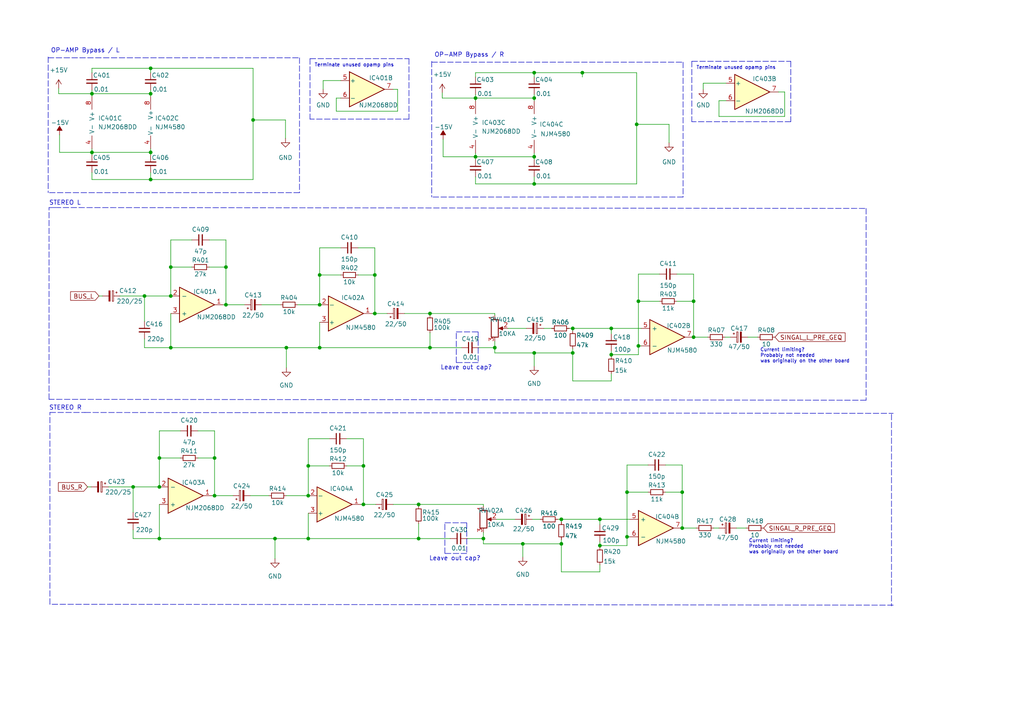
<source format=kicad_sch>
(kicad_sch (version 20211123) (generator eeschema)
  (paper "A4")
  (lib_symbols
    (symbol "Amplifier_Operational:NJM4580" (pin_names (offset 0.127))
      (property "Reference" "U" (at 0 5.08 0))
      (property "Value" "NJM4580" (at 0 -5.08 0))
      (symbol "NJM4580_1_1"
        (polyline (pts (xy -5.08 5.08) (xy 5.08 0) (xy -5.08 -5.08) (xy -5.08 5.08)) (stroke (width 0.254)) (fill (type background)))
        (pin output line (at 7.62 0 180) (length 2.54) (name "~") (number "1"))
        (pin input line (at -7.62 -2.54 0) (length 2.54) (name "-") (number "2"))
        (pin input line (at -7.62 2.54 0) (length 2.54) (name "+") (number "3"))
      )
      (symbol "NJM4580_2_1"
        (polyline (pts (xy -5.08 5.08) (xy 5.08 0) (xy -5.08 -5.08) (xy -5.08 5.08)) (stroke (width 0.254)) (fill (type background)))
        (pin input line (at -7.62 2.54 0) (length 2.54) (name "+") (number "5"))
        (pin input line (at -7.62 -2.54 0) (length 2.54) (name "-") (number "6"))
        (pin output line (at 7.62 0 180) (length 2.54) (name "~") (number "7"))
      )
      (symbol "NJM4580_3_1"
        (pin power_in line (at -2.54 -7.62 90) (length 3.81) (name "V-") (number "4"))
        (pin power_in line (at -2.54 7.62 270) (length 3.81) (name "V+") (number "8"))
      )
    )
    (symbol "Device:C_Polarized_Small" (pin_numbers hide) (pin_names (offset 0.254) hide)
      (property "Reference" "C" (at 0.254 1.778 0))
      (property "Value" "C_Polarized_Small" (at 0.254 -2.032 0))
      (symbol "C_Polarized_Small_0_1"
        (rectangle (start -1.524 -0.3048) (end 1.524 -0.6858) (fill (type outline)))
        (rectangle (start -1.524 0.6858) (end 1.524 0.3048))
        (polyline (pts (xy -1.27 1.524) (xy -0.762 1.524)))
        (polyline (pts (xy -1.016 1.27) (xy -1.016 1.778)))
      )
      (symbol "C_Polarized_Small_1_1"
        (pin passive line (at 0 2.54 270) (length 1.8542) (name "~") (number "1"))
        (pin passive line (at 0 -2.54 90) (length 1.8542) (name "~") (number "2"))
      )
    )
    (symbol "Device:C_Small" (pin_numbers hide) (pin_names (offset 0.254) hide)
      (property "Reference" "C" (at 0.254 1.778 0))
      (property "Value" "C_Small" (at 0.254 -2.032 0))
      (symbol "C_Small_0_1"
        (polyline (pts (xy -1.524 -0.508) (xy 1.524 -0.508)) (stroke (width 0.3302)))
        (polyline (pts (xy -1.524 0.508) (xy 1.524 0.508)) (stroke (width 0.3048)))
      )
      (symbol "C_Small_1_1"
        (pin passive line (at 0 2.54 270) (length 2.032) (name "~") (number "1"))
        (pin passive line (at 0 -2.54 90) (length 2.032) (name "~") (number "2"))
      )
    )
    (symbol "Device:Opamp_Dual"
      (property "Reference" "U" (at 0 5.08 0))
      (property "Value" "Opamp_Dual" (at 0 -5.08 0))
      (symbol "Opamp_Dual_1_1"
        (polyline (pts (xy -5.08 5.08) (xy 5.08 0) (xy -5.08 -5.08) (xy -5.08 5.08)) (stroke (width 0.254)) (fill (type background)))
        (pin output line (at 7.62 0 180) (length 2.54) (name "~") (number "1"))
        (pin input line (at -7.62 -2.54 0) (length 2.54) (name "-") (number "2"))
        (pin input line (at -7.62 2.54 0) (length 2.54) (name "+") (number "3"))
      )
      (symbol "Opamp_Dual_2_1"
        (polyline (pts (xy -5.08 5.08) (xy 5.08 0) (xy -5.08 -5.08) (xy -5.08 5.08)) (stroke (width 0.254)) (fill (type background)))
        (pin input line (at -7.62 2.54 0) (length 2.54) (name "+") (number "5"))
        (pin input line (at -7.62 -2.54 0) (length 2.54) (name "-") (number "6"))
        (pin output line (at 7.62 0 180) (length 2.54) (name "~") (number "7"))
      )
      (symbol "Opamp_Dual_3_1"
        (pin power_in line (at -2.54 -7.62 90) (length 3.81) (name "V-") (number "4"))
        (pin power_in line (at -2.54 7.62 270) (length 3.81) (name "V+") (number "8"))
      )
    )
    (symbol "Device:R_Potentiometer_Dual_Separate" (pin_names (offset 1.016) hide)
      (property "Reference" "RV" (at -4.445 0 90))
      (property "Value" "R_Potentiometer_Dual_Separate" (at -2.54 0 90))
      (symbol "R_Potentiometer_Dual_Separate_0_1"
        (polyline (pts (xy 2.54 0) (xy 1.524 0)))
        (polyline (pts (xy 1.143 0) (xy 2.286 0.508) (xy 2.286 -0.508) (xy 1.143 0)) (fill (type outline)))
        (rectangle (start 1.016 2.54) (end -1.016 -2.54) (stroke (width 0.254)))
      )
      (symbol "R_Potentiometer_Dual_Separate_1_1"
        (pin passive line (at 0 3.81 270) (length 1.27) (name "1") (number "1"))
        (pin passive line (at 3.81 0 180) (length 1.27) (name "2") (number "2"))
        (pin passive line (at 0 -3.81 90) (length 1.27) (name "3") (number "3"))
      )
      (symbol "R_Potentiometer_Dual_Separate_2_1"
        (pin passive line (at 0 3.81 270) (length 1.27) (name "4") (number "4"))
        (pin passive line (at 3.81 0 180) (length 1.27) (name "5") (number "5"))
        (pin passive line (at 0 -3.81 90) (length 1.27) (name "6") (number "6"))
      )
    )
    (symbol "Device:R_Small" (pin_numbers hide) (pin_names (offset 0.254) hide)
      (property "Reference" "R" (at 0.762 0.508 0))
      (property "Value" "R_Small" (at 0.762 -1.016 0))
      (symbol "R_Small_0_1"
        (rectangle (start -0.762 1.778) (end 0.762 -1.778) (stroke (width 0.2032)))
      )
      (symbol "R_Small_1_1"
        (pin passive line (at 0 2.54 270) (length 0.762) (name "~") (number "1"))
        (pin passive line (at 0 -2.54 90) (length 0.762) (name "~") (number "2"))
      )
    )
    (symbol "power:+15V" (power) (pin_names (offset 0))
      (property "Value" "+15V" (at 0 3.556 0))
      (symbol "+15V_0_1"
        (polyline (pts (xy -0.762 1.27) (xy 0 2.54)))
        (polyline (pts (xy 0 0) (xy 0 2.54)))
        (polyline (pts (xy 0 2.54) (xy 0.762 1.27)))
      )
      (symbol "+15V_1_1"
        (pin power_in line (at 0 0 90) (length 0) hide (name "+15V") (number "1"))
      )
    )
    (symbol "power:-15V" (power) (pin_names (offset 0))
      (property "Value" "-15V" (at 0 3.81 0))
      (symbol "-15V_0_0"
        (pin power_in line (at 0 0 90) (length 0) hide (name "-15V") (number "1"))
      )
      (symbol "-15V_0_1"
        (polyline (pts (xy 0 0) (xy 0 1.27) (xy 0.762 1.27) (xy 0 2.54) (xy -0.762 1.27) (xy 0 1.27)) (fill (type outline)))
      )
    )
    (symbol "power:GND" (power) (pin_names (offset 0))
      (property "Value" "GND" (at 0 -3.81 0))
      (symbol "GND_0_1"
        (polyline (pts (xy 0 0) (xy 0 -1.27) (xy 1.27 -1.27) (xy 0 -2.54) (xy -1.27 -1.27) (xy 0 -1.27)))
      )
      (symbol "GND_1_1"
        (pin power_in line (at 0 0 270) (length 0) hide (name "GND") (number "1"))
      )
    )
  )
  (junction (at 46.228 156.21))
  (junction (at 79.756 156.21))
  (junction (at 108.712 90.932))
  (junction (at 177.292 95.25))
  (junction (at 41.91 85.852))
  (junction (at 46.228 141.224))
  (junction (at 26.67 27.178))
  (junction (at 121.412 156.21))
  (junction (at 154.94 102.362))
  (junction (at 185.166 87.376))
  (junction (at 49.53 77.47))
  (junction (at 26.67 44.196))
  (junction (at 137.922 45.466))
  (junction (at 154.94 53.34))
  (junction (at 197.866 153.162))
  (junction (at 105.41 146.304))
  (junction (at 62.23 143.764))
  (junction (at 73.406 34.798))
  (junction (at 43.688 44.196))
  (junction (at 154.94 45.466))
  (junction (at 181.864 155.702))
  (junction (at 166.116 95.25))
  (junction (at 143.51 100.838))
  (junction (at 121.412 146.304))
  (junction (at 46.228 132.842))
  (junction (at 62.23 132.842))
  (junction (at 166.116 102.362))
  (junction (at 168.91 21.082))
  (junction (at 162.814 157.734))
  (junction (at 108.712 79.756))
  (junction (at 197.866 142.748))
  (junction (at 140.208 156.21))
  (junction (at 49.53 100.838))
  (junction (at 89.408 135.128))
  (junction (at 137.922 28.448))
  (junction (at 65.532 77.47))
  (junction (at 49.53 85.852))
  (junction (at 43.688 19.812))
  (junction (at 89.408 156.21))
  (junction (at 201.168 87.376))
  (junction (at 151.638 157.734))
  (junction (at 92.71 100.838))
  (junction (at 124.714 90.932))
  (junction (at 154.94 21.082))
  (junction (at 173.99 150.622))
  (junction (at 92.71 79.756))
  (junction (at 184.658 36.068))
  (junction (at 181.864 142.748))
  (junction (at 124.714 100.838))
  (junction (at 89.408 143.764))
  (junction (at 177.292 102.87))
  (junction (at 162.814 150.622))
  (junction (at 43.688 27.178))
  (junction (at 173.99 158.242))
  (junction (at 83.058 100.838))
  (junction (at 201.168 97.79))
  (junction (at 43.688 52.07))
  (junction (at 105.41 135.128))
  (junction (at 92.71 88.392))
  (junction (at 65.532 88.392))
  (junction (at 185.166 100.33))
  (junction (at 38.608 141.224))
  (junction (at 154.94 28.448))
  (wire (pts (xy 17.272 44.196) (xy 17.272 39.116)))
  (wire (pts (xy 157.734 95.25) (xy 160.02 95.25)))
  (wire (pts (xy 137.922 28.448) (xy 128.27 28.448)))
  (polyline (pts (xy 14.224 115.824) (xy 14.224 60.198)))
  (polyline (pts (xy 251.206 60.452) (xy 251.206 116.078)))
  (wire (pts (xy 95.504 135.128) (xy 89.408 135.128)))
  (wire (pts (xy 185.166 79.502) (xy 185.166 87.376)))
  (wire (pts (xy 26.67 44.196) (xy 26.67 44.958)))
  (polyline (pts (xy 14.478 119.634) (xy 24.638 119.634)))
  (wire (pts (xy 184.658 36.068) (xy 184.658 53.34)))
  (wire (pts (xy 65.532 77.47) (xy 65.532 88.392)))
  (wire (pts (xy 43.688 52.07) (xy 73.406 52.07)))
  (wire (pts (xy 65.532 69.596) (xy 65.532 77.47)))
  (wire (pts (xy 124.714 90.932) (xy 143.51 90.932)))
  (wire (pts (xy 185.166 100.33) (xy 185.166 102.87)))
  (polyline (pts (xy 229.362 35.306) (xy 200.66 35.306)))
  (wire (pts (xy 43.688 43.18) (xy 43.688 44.196)))
  (wire (pts (xy 100.584 127.254) (xy 105.41 127.254)))
  (wire (pts (xy 191.262 87.376) (xy 185.166 87.376)))
  (wire (pts (xy 108.712 90.932) (xy 108.712 79.756)))
  (wire (pts (xy 89.408 156.21) (xy 79.756 156.21)))
  (polyline (pts (xy 198.12 18.034) (xy 198.12 57.15)))
  (polyline (pts (xy 129.032 160.528) (xy 129.032 151.638)))
  (wire (pts (xy 26.67 27.178) (xy 26.67 27.94)))
  (polyline (pts (xy 118.618 34.544) (xy 89.916 34.544)))
  (polyline (pts (xy 229.362 17.78) (xy 229.362 35.306)))
  (wire (pts (xy 26.67 52.07) (xy 43.688 52.07)))
  (wire (pts (xy 73.406 19.812) (xy 73.406 34.798)))
  (wire (pts (xy 203.962 24.13) (xy 210.566 24.13)))
  (wire (pts (xy 173.99 165.862) (xy 173.99 163.83)))
  (wire (pts (xy 173.99 150.622) (xy 173.99 152.146)))
  (wire (pts (xy 121.412 146.304) (xy 140.208 146.304)))
  (wire (pts (xy 43.688 50.038) (xy 43.688 52.07)))
  (wire (pts (xy 98.806 28.448) (xy 97.536 28.448)))
  (wire (pts (xy 92.71 100.838) (xy 124.714 100.838)))
  (wire (pts (xy 151.638 157.734) (xy 151.638 161.544)))
  (wire (pts (xy 41.91 100.838) (xy 49.53 100.838)))
  (wire (pts (xy 103.886 79.756) (xy 108.712 79.756)))
  (wire (pts (xy 140.208 156.21) (xy 140.208 157.734)))
  (wire (pts (xy 92.71 79.756) (xy 92.71 88.392)))
  (polyline (pts (xy 138.684 96.266) (xy 138.684 105.156)))
  (wire (pts (xy 89.408 148.844) (xy 89.408 156.21)))
  (wire (pts (xy 166.116 95.25) (xy 166.116 96.012)))
  (wire (pts (xy 154.94 102.362) (xy 154.94 106.172)))
  (wire (pts (xy 194.056 36.068) (xy 194.056 41.402)))
  (wire (pts (xy 137.922 53.34) (xy 154.94 53.34)))
  (wire (pts (xy 210.566 29.21) (xy 208.534 29.21)))
  (wire (pts (xy 140.208 156.21) (xy 140.208 154.432)))
  (wire (pts (xy 177.292 102.87) (xy 185.166 102.87)))
  (wire (pts (xy 154.94 45.466) (xy 137.922 45.466)))
  (wire (pts (xy 124.714 96.52) (xy 124.714 100.838)))
  (wire (pts (xy 41.91 85.852) (xy 49.53 85.852)))
  (wire (pts (xy 154.94 53.34) (xy 184.658 53.34)))
  (polyline (pts (xy 258.572 120.142) (xy 258.572 175.768)))
  (wire (pts (xy 161.798 150.622) (xy 162.814 150.622)))
  (wire (pts (xy 173.99 158.242) (xy 181.864 158.242)))
  (wire (pts (xy 62.23 132.842) (xy 62.23 143.764)))
  (wire (pts (xy 26.67 27.178) (xy 43.688 27.178)))
  (wire (pts (xy 137.922 28.448) (xy 154.94 28.448)))
  (wire (pts (xy 185.166 100.33) (xy 185.928 100.33)))
  (wire (pts (xy 197.866 153.162) (xy 201.93 153.162)))
  (wire (pts (xy 43.688 19.812) (xy 73.406 19.812)))
  (wire (pts (xy 100.584 135.128) (xy 105.41 135.128)))
  (wire (pts (xy 154.94 45.466) (xy 154.94 46.228)))
  (wire (pts (xy 46.228 146.304) (xy 46.228 156.21)))
  (wire (pts (xy 193.04 142.748) (xy 197.866 142.748)))
  (wire (pts (xy 208.534 29.21) (xy 208.534 33.782)))
  (wire (pts (xy 103.886 71.882) (xy 108.712 71.882)))
  (wire (pts (xy 49.53 77.47) (xy 49.53 85.852)))
  (wire (pts (xy 162.814 150.622) (xy 162.814 151.384)))
  (polyline (pts (xy 16.002 60.198) (xy 251.206 60.452)))
  (polyline (pts (xy 259.08 175.514) (xy 14.478 175.26)))
  (wire (pts (xy 213.614 153.162) (xy 216.408 153.162)))
  (wire (pts (xy 154.94 102.362) (xy 166.116 102.362)))
  (polyline (pts (xy 89.916 17.018) (xy 118.618 17.018)))
  (wire (pts (xy 227.584 26.67) (xy 227.584 33.782)))
  (wire (pts (xy 49.53 90.932) (xy 49.53 100.838)))
  (wire (pts (xy 166.116 101.092) (xy 166.116 102.362)))
  (wire (pts (xy 197.866 142.748) (xy 197.866 134.874)))
  (wire (pts (xy 154.94 28.448) (xy 154.94 29.21)))
  (wire (pts (xy 52.324 132.842) (xy 46.228 132.842)))
  (wire (pts (xy 49.53 69.596) (xy 49.53 77.47)))
  (wire (pts (xy 89.408 156.21) (xy 121.412 156.21)))
  (wire (pts (xy 173.99 150.622) (xy 182.626 150.622)))
  (wire (pts (xy 82.804 34.798) (xy 82.804 40.132)))
  (wire (pts (xy 105.41 146.304) (xy 108.966 146.304)))
  (wire (pts (xy 162.814 165.862) (xy 173.99 165.862)))
  (wire (pts (xy 79.756 156.21) (xy 46.228 156.21)))
  (wire (pts (xy 154.94 27.432) (xy 154.94 28.448)))
  (wire (pts (xy 197.866 142.748) (xy 197.866 153.162)))
  (polyline (pts (xy 251.206 116.078) (xy 14.224 115.824)))
  (polyline (pts (xy 135.382 151.638) (xy 135.382 160.528)))
  (wire (pts (xy 93.726 23.368) (xy 98.806 23.368)))
  (wire (pts (xy 143.51 90.932) (xy 143.51 91.44)))
  (wire (pts (xy 185.166 79.502) (xy 191.262 79.502)))
  (polyline (pts (xy 14.224 60.198) (xy 16.002 60.198)))
  (wire (pts (xy 177.292 101.854) (xy 177.292 102.87)))
  (wire (pts (xy 108.712 79.756) (xy 108.712 71.882)))
  (wire (pts (xy 184.658 21.082) (xy 184.658 36.068)))
  (wire (pts (xy 138.938 100.838) (xy 143.51 100.838)))
  (wire (pts (xy 57.404 124.968) (xy 62.23 124.968)))
  (wire (pts (xy 173.99 157.226) (xy 173.99 158.242)))
  (wire (pts (xy 121.412 156.21) (xy 130.556 156.21)))
  (wire (pts (xy 115.316 25.908) (xy 114.046 25.908)))
  (wire (pts (xy 79.756 156.21) (xy 79.756 162.052)))
  (wire (pts (xy 65.532 88.392) (xy 70.866 88.392)))
  (polyline (pts (xy 200.66 17.78) (xy 229.362 17.78)))
  (wire (pts (xy 207.01 153.162) (xy 208.534 153.162)))
  (wire (pts (xy 177.292 95.25) (xy 185.928 95.25)))
  (wire (pts (xy 154.94 51.308) (xy 154.94 53.34)))
  (polyline (pts (xy 129.032 151.638) (xy 135.382 151.638)))
  (polyline (pts (xy 89.916 17.018) (xy 89.916 34.544)))
  (wire (pts (xy 64.77 88.392) (xy 65.532 88.392)))
  (polyline (pts (xy 14.478 175.26) (xy 14.478 119.634)))
  (wire (pts (xy 143.51 102.362) (xy 154.94 102.362)))
  (wire (pts (xy 154.432 150.622) (xy 156.718 150.622)))
  (polyline (pts (xy 135.382 160.528) (xy 129.032 160.528)))
  (wire (pts (xy 46.228 124.968) (xy 46.228 132.842)))
  (wire (pts (xy 137.922 21.082) (xy 154.94 21.082)))
  (wire (pts (xy 177.292 110.49) (xy 177.292 108.458)))
  (wire (pts (xy 162.814 156.464) (xy 162.814 157.734)))
  (wire (pts (xy 166.116 95.25) (xy 177.292 95.25)))
  (wire (pts (xy 62.23 143.764) (xy 67.564 143.764)))
  (wire (pts (xy 208.534 33.782) (xy 227.584 33.782)))
  (wire (pts (xy 92.71 71.882) (xy 98.806 71.882)))
  (wire (pts (xy 203.962 25.908) (xy 203.962 24.13)))
  (polyline (pts (xy 24.638 119.634) (xy 259.08 119.888)))
  (wire (pts (xy 185.166 87.376) (xy 185.166 100.33)))
  (wire (pts (xy 143.51 100.838) (xy 143.51 102.362)))
  (wire (pts (xy 43.688 26.162) (xy 43.688 27.178)))
  (wire (pts (xy 49.53 69.596) (xy 55.626 69.596)))
  (wire (pts (xy 26.67 21.082) (xy 26.67 19.812)))
  (wire (pts (xy 151.638 157.734) (xy 162.814 157.734)))
  (wire (pts (xy 26.67 26.162) (xy 26.67 27.178)))
  (wire (pts (xy 43.688 27.178) (xy 43.688 27.94)))
  (wire (pts (xy 38.608 141.224) (xy 46.228 141.224)))
  (polyline (pts (xy 132.334 96.266) (xy 138.684 96.266)))
  (wire (pts (xy 181.864 155.702) (xy 182.626 155.702)))
  (wire (pts (xy 26.67 19.812) (xy 43.688 19.812)))
  (wire (pts (xy 137.922 45.466) (xy 137.922 46.228)))
  (wire (pts (xy 196.342 87.376) (xy 201.168 87.376)))
  (wire (pts (xy 89.408 135.128) (xy 89.408 143.764)))
  (wire (pts (xy 89.408 127.254) (xy 89.408 135.128)))
  (wire (pts (xy 62.23 124.968) (xy 62.23 132.842)))
  (wire (pts (xy 105.41 135.128) (xy 105.41 127.254)))
  (wire (pts (xy 104.648 146.304) (xy 105.41 146.304)))
  (wire (pts (xy 154.94 44.45) (xy 154.94 45.466)))
  (wire (pts (xy 137.922 45.466) (xy 128.524 45.466)))
  (wire (pts (xy 97.536 28.448) (xy 97.536 32.258)))
  (wire (pts (xy 227.584 26.67) (xy 225.806 26.67)))
  (wire (pts (xy 147.32 95.25) (xy 152.654 95.25)))
  (wire (pts (xy 181.864 134.874) (xy 187.96 134.874)))
  (polyline (pts (xy 13.97 16.764) (xy 86.868 16.764)))
  (wire (pts (xy 177.292 95.25) (xy 177.292 96.774)))
  (wire (pts (xy 43.688 44.196) (xy 26.67 44.196)))
  (wire (pts (xy 201.168 97.79) (xy 205.232 97.79)))
  (wire (pts (xy 98.806 79.756) (xy 92.71 79.756)))
  (wire (pts (xy 108.712 90.932) (xy 112.268 90.932)))
  (wire (pts (xy 92.71 93.472) (xy 92.71 100.838)))
  (wire (pts (xy 41.91 100.838) (xy 41.91 98.298)))
  (polyline (pts (xy 138.684 105.156) (xy 132.334 105.156)))
  (wire (pts (xy 107.95 90.932) (xy 108.712 90.932)))
  (wire (pts (xy 173.99 158.242) (xy 173.99 158.75)))
  (wire (pts (xy 105.41 146.304) (xy 105.41 135.128)))
  (wire (pts (xy 140.208 146.304) (xy 140.208 146.812)))
  (wire (pts (xy 43.688 44.196) (xy 43.688 44.958)))
  (wire (pts (xy 193.04 134.874) (xy 197.866 134.874)))
  (wire (pts (xy 144.018 150.622) (xy 149.352 150.622)))
  (wire (pts (xy 97.536 32.258) (xy 115.316 32.258)))
  (polyline (pts (xy 125.222 17.78) (xy 125.222 57.15)))
  (wire (pts (xy 60.706 77.47) (xy 65.532 77.47)))
  (wire (pts (xy 121.412 151.892) (xy 121.412 156.21)))
  (wire (pts (xy 28.702 85.852) (xy 29.718 85.852)))
  (wire (pts (xy 83.058 100.838) (xy 49.53 100.838)))
  (wire (pts (xy 55.626 77.47) (xy 49.53 77.47)))
  (wire (pts (xy 43.688 19.812) (xy 43.688 21.082)))
  (wire (pts (xy 181.864 142.748) (xy 181.864 155.702)))
  (polyline (pts (xy 198.12 57.15) (xy 125.222 57.15)))
  (wire (pts (xy 73.406 34.798) (xy 82.804 34.798)))
  (wire (pts (xy 181.864 155.702) (xy 181.864 158.242)))
  (polyline (pts (xy 13.97 16.51) (xy 13.97 55.88)))
  (wire (pts (xy 168.91 21.082) (xy 168.91 22.352)))
  (wire (pts (xy 184.658 36.068) (xy 194.056 36.068)))
  (wire (pts (xy 92.71 100.838) (xy 83.058 100.838)))
  (wire (pts (xy 181.864 134.874) (xy 181.864 142.748)))
  (polyline (pts (xy 125.222 18.034) (xy 198.12 18.034)))
  (wire (pts (xy 114.046 146.304) (xy 121.412 146.304)))
  (wire (pts (xy 154.94 21.082) (xy 168.91 21.082)))
  (polyline (pts (xy 132.334 105.156) (xy 132.334 96.266)))
  (wire (pts (xy 38.608 156.21) (xy 38.608 153.67)))
  (wire (pts (xy 57.404 132.842) (xy 62.23 132.842)))
  (wire (pts (xy 124.714 100.838) (xy 133.858 100.838)))
  (wire (pts (xy 72.644 143.764) (xy 77.978 143.764)))
  (wire (pts (xy 93.726 23.368) (xy 93.726 25.908)))
  (wire (pts (xy 210.312 97.79) (xy 211.836 97.79)))
  (wire (pts (xy 117.348 90.932) (xy 124.714 90.932)))
  (wire (pts (xy 140.208 157.734) (xy 151.638 157.734)))
  (wire (pts (xy 73.406 34.798) (xy 73.406 52.07)))
  (wire (pts (xy 121.412 146.304) (xy 121.412 146.812)))
  (wire (pts (xy 201.168 87.376) (xy 201.168 97.79)))
  (wire (pts (xy 201.168 87.376) (xy 201.168 79.502)))
  (wire (pts (xy 124.714 90.932) (xy 124.714 91.44)))
  (wire (pts (xy 46.228 124.968) (xy 52.324 124.968)))
  (wire (pts (xy 26.67 50.038) (xy 26.67 52.07)))
  (wire (pts (xy 75.946 88.392) (xy 81.28 88.392)))
  (wire (pts (xy 137.922 27.432) (xy 137.922 28.448)))
  (wire (pts (xy 165.1 95.25) (xy 166.116 95.25)))
  (wire (pts (xy 166.116 110.49) (xy 177.292 110.49)))
  (wire (pts (xy 26.67 27.178) (xy 17.018 27.178)))
  (wire (pts (xy 154.94 21.082) (xy 154.94 22.352)))
  (wire (pts (xy 128.27 28.448) (xy 128.27 26.924)))
  (wire (pts (xy 25.4 141.224) (xy 26.416 141.224)))
  (wire (pts (xy 26.67 44.196) (xy 17.272 44.196)))
  (wire (pts (xy 31.496 141.224) (xy 38.608 141.224)))
  (wire (pts (xy 162.814 157.734) (xy 162.814 165.862)))
  (wire (pts (xy 38.608 156.21) (xy 46.228 156.21)))
  (wire (pts (xy 83.058 100.838) (xy 83.058 106.68)))
  (polyline (pts (xy 86.868 16.764) (xy 86.868 55.88)))
  (wire (pts (xy 168.91 21.082) (xy 184.658 21.082)))
  (wire (pts (xy 162.814 150.622) (xy 173.99 150.622)))
  (wire (pts (xy 137.922 44.45) (xy 137.922 45.466)))
  (wire (pts (xy 216.916 97.79) (xy 219.71 97.79)))
  (wire (pts (xy 135.636 156.21) (xy 140.208 156.21)))
  (wire (pts (xy 61.468 143.764) (xy 62.23 143.764)))
  (polyline (pts (xy 86.868 55.88) (xy 13.97 55.88)))
  (wire (pts (xy 17.018 27.178) (xy 17.018 25.654)))
  (polyline (pts (xy 118.618 17.018) (xy 118.618 34.544)))
  (wire (pts (xy 137.922 28.448) (xy 137.922 29.21)))
  (wire (pts (xy 60.706 69.596) (xy 65.532 69.596)))
  (wire (pts (xy 128.524 45.466) (xy 128.524 40.386)))
  (wire (pts (xy 26.67 43.18) (xy 26.67 44.196)))
  (wire (pts (xy 166.116 102.362) (xy 166.116 110.49)))
  (polyline (pts (xy 200.66 17.78) (xy 200.66 35.306)))
  (wire (pts (xy 38.608 141.224) (xy 38.608 148.59)))
  (wire (pts (xy 92.71 71.882) (xy 92.71 79.756)))
  (wire (pts (xy 89.408 127.254) (xy 95.504 127.254)))
  (wire (pts (xy 34.798 85.852) (xy 41.91 85.852)))
  (wire (pts (xy 177.292 102.87) (xy 177.292 103.378)))
  (wire (pts (xy 41.91 85.852) (xy 41.91 93.218)))
  (wire (pts (xy 143.51 100.838) (xy 143.51 99.06)))
  (wire (pts (xy 196.342 79.502) (xy 201.168 79.502)))
  (wire (pts (xy 137.922 22.352) (xy 137.922 21.082)))
  (wire (pts (xy 83.058 143.764) (xy 89.408 143.764)))
  (wire (pts (xy 86.36 88.392) (xy 92.71 88.392)))
  (wire (pts (xy 137.922 51.308) (xy 137.922 53.34)))
  (wire (pts (xy 115.316 32.258) (xy 115.316 25.908)))
  (wire (pts (xy 46.228 132.842) (xy 46.228 141.224)))
  (wire (pts (xy 187.96 142.748) (xy 181.864 142.748)))
  (text "Current limiting?\nProbably not needed\nwas originally on the other board" (at 220.472 105.41 0) (effects (font (size 1 1)) (justify left bottom)))
  (text "Leave out cap?" (at 124.46 162.814 0) (effects (font (size 1.27 1.27)) (justify left bottom)))
  (text "Current limiting?\nProbably not needed\nwas originally on the other board" (at 217.17 160.782 0) (effects (font (size 1 1)) (justify left bottom)))
  (text "OP-AMP Bypass / R" (at 125.984 16.764 0) (effects (font (size 1.27 1.27)) (justify left bottom)))
  (text "STEREO R" (at 14.224 119.126 0) (effects (font (size 1.27 1.27)) (justify left bottom)))
  (text "Terminate unused opamp pins\n" (at 91.186 19.558 0) (effects (font (size 1 1)) (justify left bottom)))
  (text "Terminate unused opamp pins\n" (at 201.93 20.32 0) (effects (font (size 1 1)) (justify left bottom)))
  (text "OP-AMP Bypass / L\n" (at 14.732 15.494 0) (effects (font (size 1.27 1.27)) (justify left bottom)))
  (text "STEREO L" (at 14.224 59.69 0) (effects (font (size 1.27 1.27)) (justify left bottom)))
  (text "Leave out cap?" (at 127.762 107.442 0) (effects (font (size 1.27 1.27)) (justify left bottom)))
  (global_label "SINGAL_R_PRE_GEQ" (shape input) (at 221.488 153.162 0) (property "Intersheet References" "${INTERSHEET_REFS}" (effects hide)))
  (global_label "BUS_R" (shape input) (at 25.4 141.224 180) (property "Intersheet References" "${INTERSHEET_REFS}" (effects hide)))
  (global_label "BUS_L" (shape input) (at 28.702 85.852 180) (property "Intersheet References" "${INTERSHEET_REFS}" (effects hide)))
  (global_label "SINGAL_L_PRE_GEQ" (shape input) (at 224.79 97.79 0) (property "Intersheet References" "${INTERSHEET_REFS}" (effects hide)))
  (symbol (lib_id "Device:R_Small") (at 58.166 77.47 90) (unit 1)
    (property "Reference" "R401" (at 58.166 75.438 90))
    (property "Value" "27k" (at 58.166 79.502 90))
  )
  (symbol (lib_id "Device:R_Small") (at 218.948 153.162 90) (unit 1)
    (property "Reference" "R418" (at 218.948 151.13 90))
    (property "Value" "10" (at 218.948 155.194 90))
  )
  (symbol (lib_id "Device:C_Small") (at 177.292 99.314 0) (unit 1)
    (property "Reference" "C418" (at 177.8 97.79 0) (effects (justify left)))
    (property "Value" "100p" (at 178.054 101.346 0) (effects (justify left)))
  )
  (symbol (lib_id "power:GND") (at 194.056 41.402 0) (unit 1)
    (property "Reference" "#PWR0408" (effects hide))
    (property "Value" "GND" (at 194.056 46.99 0))
  )
  (symbol (lib_id "Device:C_Small") (at 58.166 69.596 90) (unit 1)
    (property "Reference" "C409" (at 58.166 66.548 90))
    (property "Value" "47p" (at 58.166 72.898 90))
  )
  (symbol (lib_id "Device:C_Polarized_Small") (at 211.074 153.162 90) (mirror x) (unit 1)
    (property "Reference" "C428" (at 211.074 150.622 90))
    (property "Value" "47/50" (at 211.074 155.956 90))
  )
  (symbol (lib_id "Device:C_Small") (at 133.096 156.21 90) (unit 1)
    (property "Reference" "C430" (at 133.096 153.67 90))
    (property "Value" "0.01" (at 133.096 159.004 90))
  )
  (symbol (lib_id "Device:R_Potentiometer_Dual_Separate") (at 143.51 95.25 0) (unit 1)
    (property "Reference" "RV401" (at 149.352 92.71 0) (effects (justify right)))
    (property "Value" "10KA" (at 149.606 96.774 0) (effects (justify right)))
  )
  (symbol (lib_id "power:GND") (at 154.94 106.172 0) (unit 1)
    (property "Reference" "#PWR0409" (effects hide))
    (property "Value" "GND" (at 154.94 111.252 0))
  )
  (symbol (lib_id "power:GND") (at 203.962 25.908 0) (unit 1)
    (property "Reference" "#PWR0403" (effects hide))
    (property "Value" "GND" (at 203.962 30.48 0))
  )
  (symbol (lib_id "Device:C_Polarized_Small") (at 111.506 146.304 90) (unit 1)
    (property "Reference" "C425" (at 111.506 143.51 90))
    (property "Value" "22/50" (at 111.506 149.352 90))
  )
  (symbol (lib_id "Device:C_Polarized_Small") (at 155.194 95.25 270) (unit 1)
    (property "Reference" "C415" (at 155.194 92.71 90))
    (property "Value" "22/50" (at 155.194 98.044 90))
  )
  (symbol (lib_id "Device:C_Polarized_Small") (at 151.892 150.622 270) (unit 1)
    (property "Reference" "C426" (at 151.892 148.082 90))
    (property "Value" "22/50" (at 151.892 153.416 90))
  )
  (symbol (lib_id "Device:C_Small") (at 26.67 47.498 0) (unit 1)
    (property "Reference" "C405" (at 26.924 45.72 0) (effects (justify left)))
    (property "Value" "0.01" (at 27.178 49.784 0) (effects (justify left)))
  )
  (symbol (lib_id "Device:R_Small") (at 80.518 143.764 90) (unit 1)
    (property "Reference" "R414" (at 80.518 141.732 90))
    (property "Value" "10k" (at 80.518 145.796 90))
  )
  (symbol (lib_id "Device:R_Small") (at 162.814 153.924 180) (unit 1)
    (property "Reference" "R419" (at 163.83 152.654 0) (effects (justify right)))
    (property "Value" "47k" (at 163.83 155.448 0) (effects (justify right)))
  )
  (symbol (lib_id "Device:C_Small") (at 136.398 100.838 90) (unit 1)
    (property "Reference" "C419" (at 136.398 98.298 90))
    (property "Value" "0.01" (at 136.398 103.632 90))
  )
  (symbol (lib_id "Amplifier_Operational:NJM4580") (at 46.228 35.56 0) (unit 3)
    (property "Reference" "IC402" (at 44.958 34.29 0) (effects (justify left)))
    (property "Value" "NJM4580" (at 44.958 36.8299 0) (effects (justify left)))
    (property "Datasheet" "http://www.njr.com/semicon/PDF/NJM4580_E.pdf" (effects hide))
  )
  (symbol (lib_id "Device:C_Small") (at 190.5 134.874 90) (unit 1)
    (property "Reference" "C422" (at 190.5 131.826 90))
    (property "Value" "150p" (at 190.5 138.176 90))
  )
  (symbol (lib_id "Device:C_Small") (at 98.044 127.254 90) (unit 1)
    (property "Reference" "C421" (at 98.044 124.206 90))
    (property "Value" "150p" (at 98.044 130.556 90))
  )
  (symbol (lib_id "Device:R_Small") (at 193.802 87.376 90) (unit 1)
    (property "Reference" "R403" (at 193.802 85.344 90))
    (property "Value" "11k" (at 193.802 89.408 90))
  )
  (symbol (lib_id "Device:C_Polarized_Small") (at 73.406 88.392 90) (unit 1)
    (property "Reference" "C413" (at 73.406 85.598 90))
    (property "Value" "22/50" (at 73.406 91.44 90))
  )
  (symbol (lib_id "power:GND") (at 93.726 25.908 0) (unit 1)
    (property "Reference" "#PWR0402" (effects hide))
    (property "Value" "GND" (at 93.726 30.48 0))
  )
  (symbol (lib_id "Amplifier_Operational:NJM4580") (at 100.33 90.932 0) (mirror x) (unit 1)
    (property "Reference" "IC402" (at 102.362 86.36 0))
    (property "Value" "NJM4580" (at 104.648 94.996 0))
    (property "Datasheet" "http://www.njr.com/semicon/PDF/NJM4580_E.pdf" (effects hide))
  )
  (symbol (lib_id "Device:Opamp_Dual") (at 53.848 143.764 0) (mirror x) (unit 1)
    (property "Reference" "IC403" (at 56.134 139.954 0))
    (property "Value" "NJM2068DD" (at 59.436 147.32 0))
  )
  (symbol (lib_id "Device:R_Small") (at 98.044 135.128 90) (unit 1)
    (property "Reference" "R412" (at 98.044 133.096 90))
    (property "Value" "10k" (at 98.044 137.16 90))
  )
  (symbol (lib_id "Device:C_Polarized_Small") (at 28.956 141.224 270) (unit 1)
    (property "Reference" "C423" (at 33.782 139.7 90))
    (property "Value" "220/25" (at 34.29 142.748 90))
  )
  (symbol (lib_id "Device:C_Polarized_Small") (at 114.808 90.932 90) (unit 1)
    (property "Reference" "C414" (at 114.808 88.138 90))
    (property "Value" "22/50" (at 114.808 93.98 90))
  )
  (symbol (lib_id "Device:C_Small") (at 154.94 24.892 0) (unit 1)
    (property "Reference" "C404" (at 155.194 23.114 0) (effects (justify left)))
    (property "Value" "0.01" (at 155.448 27.178 0) (effects (justify left)))
  )
  (symbol (lib_id "power:GND") (at 79.756 162.052 0) (unit 1)
    (property "Reference" "#PWR0412" (effects hide))
    (property "Value" "GND" (at 79.756 167.132 0))
  )
  (symbol (lib_id "Amplifier_Operational:NJM4580") (at 106.426 25.908 0) (unit 2)
    (property "Reference" "IC401" (at 110.49 22.606 0))
    (property "Value" "NJM2068DD" (at 109.728 30.48 0))
    (property "Datasheet" "http://www.njr.com/semicon/PDF/NJM4580_E.pdf" (effects hide))
  )
  (symbol (lib_id "Device:C_Small") (at 41.91 95.758 0) (unit 1)
    (property "Reference" "C416" (at 42.164 93.98 0) (effects (justify left)))
    (property "Value" "220p" (at 42.672 98.298 0) (effects (justify left)))
  )
  (symbol (lib_id "Device:C_Small") (at 26.67 23.622 0) (unit 1)
    (property "Reference" "C401" (at 26.924 21.844 0) (effects (justify left)))
    (property "Value" "0.01" (at 27.178 25.908 0) (effects (justify left)))
  )
  (symbol (lib_id "Device:C_Polarized_Small") (at 214.376 97.79 90) (mirror x) (unit 1)
    (property "Reference" "C417" (at 214.376 95.25 90))
    (property "Value" "47/50" (at 214.376 100.584 90))
  )
  (symbol (lib_id "Device:Opamp_Dual") (at 140.462 36.83 0) (unit 3)
    (property "Reference" "IC403" (at 139.7 35.5599 0) (effects (justify left)))
    (property "Value" "NJM2068DD" (at 139.7 38.0999 0) (effects (justify left)))
  )
  (symbol (lib_id "Amplifier_Operational:NJM4580") (at 218.186 26.67 0) (unit 2)
    (property "Reference" "IC403" (at 221.742 22.86 0))
    (property "Value" "NJM2068DD" (at 221.742 32.258 0))
    (property "Datasheet" "http://www.njr.com/semicon/PDF/NJM4580_E.pdf" (effects hide))
  )
  (symbol (lib_id "Device:C_Small") (at 43.688 23.622 0) (unit 1)
    (property "Reference" "C402" (at 43.942 21.844 0) (effects (justify left)))
    (property "Value" "0.01" (at 44.196 25.908 0) (effects (justify left)))
  )
  (symbol (lib_id "Device:C_Small") (at 193.802 79.502 90) (unit 1)
    (property "Reference" "C411" (at 193.802 76.454 90))
    (property "Value" "150p" (at 193.802 82.804 90))
  )
  (symbol (lib_id "Device:R_Small") (at 166.116 98.552 180) (unit 1)
    (property "Reference" "R409" (at 167.132 97.282 0) (effects (justify right)))
    (property "Value" "47k" (at 167.132 100.076 0) (effects (justify right)))
  )
  (symbol (lib_id "Device:C_Small") (at 173.99 154.686 0) (unit 1)
    (property "Reference" "C429" (at 174.498 153.162 0) (effects (justify left)))
    (property "Value" "100p" (at 174.752 156.718 0) (effects (justify left)))
  )
  (symbol (lib_id "power:GND") (at 82.804 40.132 0) (unit 1)
    (property "Reference" "#PWR0406" (effects hide))
    (property "Value" "GND" (at 82.804 45.72 0))
  )
  (symbol (lib_id "Device:C_Small") (at 154.94 48.768 0) (unit 1)
    (property "Reference" "C408" (at 155.194 46.99 0) (effects (justify left)))
    (property "Value" "0.01" (at 155.448 51.054 0) (effects (justify left)))
  )
  (symbol (lib_id "Device:R_Small") (at 207.772 97.79 90) (unit 1)
    (property "Reference" "R407" (at 207.772 95.758 90))
    (property "Value" "330" (at 207.772 99.822 90))
  )
  (symbol (lib_id "Device:R_Small") (at 190.5 142.748 90) (unit 1)
    (property "Reference" "R413" (at 190.5 140.716 90))
    (property "Value" "11k" (at 190.5 144.78 90))
  )
  (symbol (lib_id "Device:C_Small") (at 137.922 24.892 0) (unit 1)
    (property "Reference" "C403" (at 138.176 23.114 0) (effects (justify left)))
    (property "Value" "0.01" (at 138.43 27.178 0) (effects (justify left)))
  )
  (symbol (lib_id "Device:R_Small") (at 101.346 79.756 90) (unit 1)
    (property "Reference" "R402" (at 101.346 77.724 90))
    (property "Value" "10k" (at 101.346 81.788 90))
  )
  (symbol (lib_id "Device:R_Small") (at 83.82 88.392 90) (unit 1)
    (property "Reference" "R404" (at 83.82 86.36 90))
    (property "Value" "10k" (at 83.82 90.424 90))
  )
  (symbol (lib_id "Device:R_Small") (at 162.56 95.25 90) (unit 1)
    (property "Reference" "R406" (at 162.56 93.472 90))
    (property "Value" "100" (at 162.56 97.282 90))
  )
  (symbol (lib_id "Device:C_Small") (at 101.346 71.882 90) (unit 1)
    (property "Reference" "C410" (at 101.346 68.834 90))
    (property "Value" "150p" (at 101.346 75.184 90))
  )
  (symbol (lib_id "Device:Opamp_Dual") (at 193.548 97.79 0) (unit 2)
    (property "Reference" "IC402" (at 196.85 94.488 0))
    (property "Value" "NJM4580" (at 197.866 101.6 0))
  )
  (symbol (lib_id "Device:C_Polarized_Small") (at 32.258 85.852 270) (unit 1)
    (property "Reference" "C412" (at 37.084 84.328 90))
    (property "Value" "220/25" (at 37.592 87.376 90))
  )
  (symbol (lib_id "power:GND") (at 83.058 106.68 0) (unit 1)
    (property "Reference" "#PWR0410" (effects hide))
    (property "Value" "GND" (at 83.058 111.76 0))
  )
  (symbol (lib_id "Device:Opamp_Dual") (at 29.21 35.56 0) (unit 3)
    (property "Reference" "IC401" (at 28.448 34.2899 0) (effects (justify left)))
    (property "Value" "NJM2068DD" (at 28.448 36.8299 0) (effects (justify left)))
  )
  (symbol (lib_id "Device:Opamp_Dual") (at 57.15 88.392 0) (mirror x) (unit 1)
    (property "Reference" "IC401" (at 59.436 84.582 0))
    (property "Value" "NJM2068DD" (at 62.738 91.948 0))
  )
  (symbol (lib_id "power:-15V") (at 128.524 40.386 0) (unit 1)
    (property "Reference" "#PWR0407" (effects hide))
    (property "Value" "-15V" (at 125.984 36.83 0) (effects (justify left)))
  )
  (symbol (lib_id "Device:Opamp_Dual") (at 157.48 36.83 0) (unit 3)
    (property "Reference" "IC404" (at 156.464 36.068 0) (effects (justify left)))
    (property "Value" "NJM4580" (at 156.718 38.862 0) (effects (justify left)))
  )
  (symbol (lib_id "Device:R_Small") (at 121.412 149.352 0) (unit 1)
    (property "Reference" "R415" (at 122.428 148.59 0) (effects (justify left)))
    (property "Value" "100k" (at 122.428 150.368 0) (effects (justify left)))
  )
  (symbol (lib_id "Device:R_Small") (at 124.714 93.98 0) (unit 1)
    (property "Reference" "R405" (at 125.73 93.218 0) (effects (justify left)))
    (property "Value" "100k" (at 125.73 94.996 0) (effects (justify left)))
  )
  (symbol (lib_id "power:GND") (at 151.638 161.544 0) (unit 1)
    (property "Reference" "#PWR0411" (effects hide))
    (property "Value" "GND" (at 151.638 166.624 0))
  )
  (symbol (lib_id "power:+15V") (at 128.27 26.924 0) (unit 1)
    (property "Reference" "#PWR0404" (effects hide))
    (property "Value" "+15V" (at 128.27 21.59 0))
  )
  (symbol (lib_id "Device:C_Polarized_Small") (at 70.104 143.764 90) (unit 1)
    (property "Reference" "C424" (at 70.104 140.97 90))
    (property "Value" "22/50" (at 70.104 146.812 90))
  )
  (symbol (lib_id "Device:R_Potentiometer_Dual_Separate") (at 140.208 150.622 0) (unit 1)
    (property "Reference" "RV402" (at 146.05 148.082 0) (effects (justify right)))
    (property "Value" "10KA" (at 146.304 152.146 0) (effects (justify right)))
  )
  (symbol (lib_id "Device:C_Small") (at 43.688 47.498 0) (unit 1)
    (property "Reference" "C406" (at 43.942 45.72 0) (effects (justify left)))
    (property "Value" "0.01" (at 44.196 49.784 0) (effects (justify left)))
  )
  (symbol (lib_id "Device:R_Small") (at 159.258 150.622 90) (unit 1)
    (property "Reference" "R416" (at 159.258 148.844 90))
    (property "Value" "100" (at 159.258 152.654 90))
  )
  (symbol (lib_id "Device:R_Small") (at 173.99 161.29 180) (unit 1)
    (property "Reference" "R420" (at 175.006 160.02 0) (effects (justify right)))
    (property "Value" "15k" (at 175.006 162.814 0) (effects (justify right)))
  )
  (symbol (lib_id "Device:C_Small") (at 137.922 48.768 0) (unit 1)
    (property "Reference" "C407" (at 138.176 46.99 0) (effects (justify left)))
    (property "Value" "0.01" (at 138.43 51.054 0) (effects (justify left)))
  )
  (symbol (lib_id "Device:R_Small") (at 54.864 132.842 90) (unit 1)
    (property "Reference" "R411" (at 54.864 130.81 90))
    (property "Value" "27k" (at 54.864 134.874 90))
  )
  (symbol (lib_id "Device:R_Small") (at 177.292 105.918 180) (unit 1)
    (property "Reference" "R410" (at 178.308 104.648 0) (effects (justify right)))
    (property "Value" "15k" (at 178.308 107.442 0) (effects (justify right)))
  )
  (symbol (lib_id "Device:R_Small") (at 222.25 97.79 90) (unit 1)
    (property "Reference" "R408" (at 222.25 95.758 90))
    (property "Value" "10" (at 222.25 99.822 90))
  )
  (symbol (lib_id "Device:C_Small") (at 54.864 124.968 90) (unit 1)
    (property "Reference" "C420" (at 54.864 121.92 90))
    (property "Value" "47p" (at 54.864 128.27 90))
  )
  (symbol (lib_id "Device:C_Small") (at 38.608 151.13 0) (unit 1)
    (property "Reference" "C427" (at 38.862 149.352 0) (effects (justify left)))
    (property "Value" "220p" (at 39.37 153.67 0) (effects (justify left)))
  )
  (symbol (lib_id "power:+15V") (at 17.018 25.654 0) (unit 1)
    (property "Reference" "#PWR0401" (effects hide))
    (property "Value" "+15V" (at 17.018 20.32 0))
  )
  (symbol (lib_id "power:-15V") (at 17.272 39.116 0) (unit 1)
    (property "Reference" "#PWR0405" (effects hide))
    (property "Value" "-15V" (at 14.732 35.56 0) (effects (justify left)))
  )
  (symbol (lib_id "Device:R_Small") (at 204.47 153.162 90) (unit 1)
    (property "Reference" "R417" (at 204.47 151.13 90))
    (property "Value" "330" (at 204.47 155.194 90))
  )
  (symbol (lib_id "Device:Opamp_Dual") (at 190.246 153.162 0) (unit 2)
    (property "Reference" "IC404" (at 193.548 149.86 0))
    (property "Value" "NJM4580" (at 194.564 156.972 0))
  )
  (symbol (lib_id "Amplifier_Operational:NJM4580") (at 97.028 146.304 0) (mirror x) (unit 1)
    (property "Reference" "IC404" (at 99.06 141.732 0))
    (property "Value" "NJM4580" (at 101.346 150.368 0))
    (property "Datasheet" "http://www.njr.com/semicon/PDF/NJM4580_E.pdf" (effects hide))
  )
)
</source>
